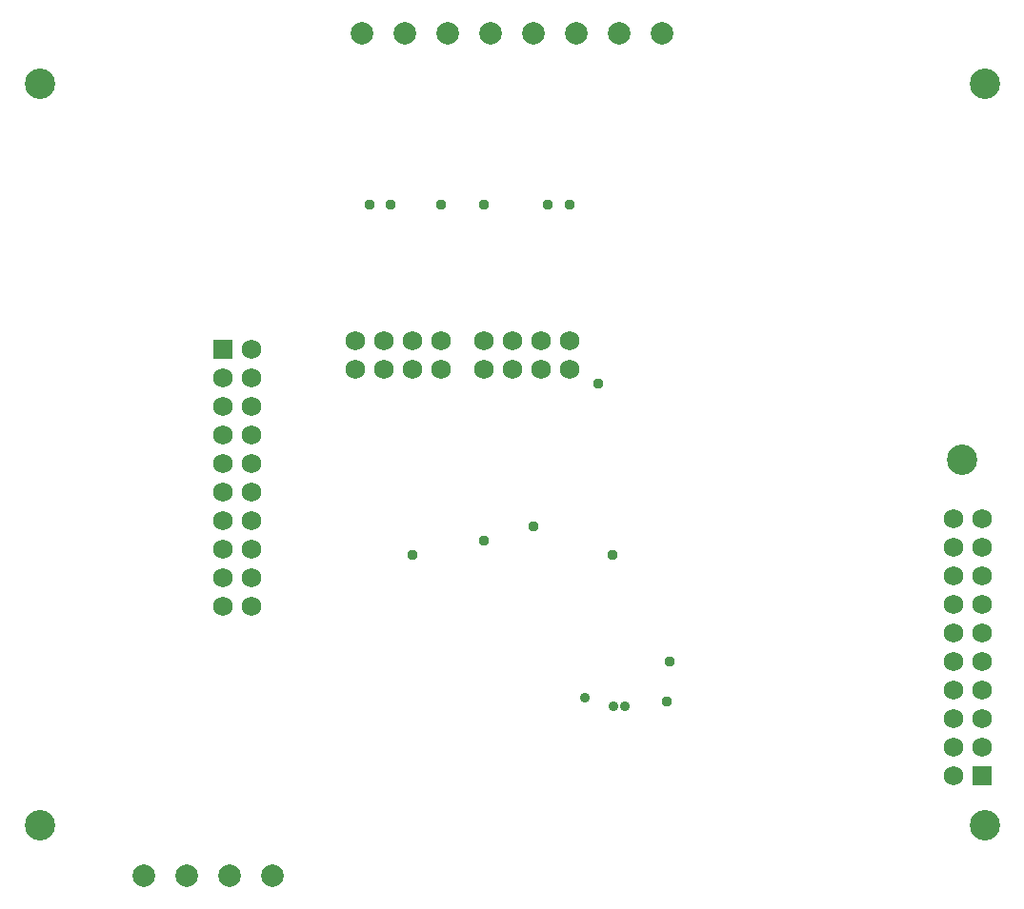
<source format=gbr>
G04 EAGLE Gerber RS-274X export*
G75*
%MOMM*%
%FSLAX34Y34*%
%LPD*%
%INSoldermask Bottom*%
%IPPOS*%
%AMOC8*
5,1,8,0,0,1.08239X$1,22.5*%
G01*
%ADD10C,2.703200*%
%ADD11C,2.003200*%
%ADD12R,1.733200X1.733200*%
%ADD13C,1.733200*%
%ADD14C,0.959600*%
%ADD15C,0.909600*%


D10*
X-420000Y330000D03*
X420000Y330000D03*
X-420000Y-330000D03*
X420000Y-330000D03*
X400000Y-5000D03*
D11*
X133350Y375000D03*
X95250Y375000D03*
X57150Y375000D03*
X19050Y375000D03*
X-19050Y375000D03*
X-57150Y375000D03*
X-95250Y375000D03*
X-133350Y375000D03*
X-327150Y-375000D03*
X-289050Y-375000D03*
X-250950Y-375000D03*
X-212850Y-375000D03*
D12*
X417950Y-285400D03*
D13*
X392550Y-285400D03*
X417950Y-260000D03*
X392550Y-260000D03*
X417950Y-234600D03*
X392550Y-234600D03*
X417950Y-209200D03*
X392550Y-209200D03*
X417950Y-183800D03*
X392550Y-183800D03*
X417950Y-158400D03*
X392550Y-158400D03*
X417950Y-133000D03*
X392550Y-133000D03*
X417950Y-107600D03*
X392550Y-107600D03*
X417950Y-82200D03*
X392550Y-82200D03*
X417950Y-56800D03*
X392550Y-56800D03*
D12*
X-257450Y93200D03*
D13*
X-232050Y93200D03*
X-257450Y67800D03*
X-232050Y67800D03*
X-257450Y42400D03*
X-232050Y42400D03*
X-257450Y17000D03*
X-232050Y17000D03*
X-257450Y-8400D03*
X-232050Y-8400D03*
X-257450Y-33800D03*
X-232050Y-33800D03*
X-257450Y-59200D03*
X-232050Y-59200D03*
X-257450Y-84600D03*
X-232050Y-84600D03*
X-257450Y-110000D03*
X-232050Y-110000D03*
X-257450Y-135400D03*
X-232050Y-135400D03*
X-139700Y76200D03*
X-114300Y76200D03*
X-88900Y76200D03*
X-139700Y101600D03*
X-114300Y101600D03*
X-88900Y101600D03*
X-63500Y76200D03*
X-63500Y101600D03*
X-25400Y76200D03*
X0Y76200D03*
X25400Y76200D03*
X-25400Y101600D03*
X0Y101600D03*
X25400Y101600D03*
X50800Y76200D03*
X50800Y101600D03*
D14*
X88900Y-88900D03*
D15*
X90170Y-223520D03*
D14*
X139700Y-184150D03*
X76200Y63500D03*
X-107950Y222250D03*
X-63500Y222250D03*
X-25400Y222250D03*
X31750Y222250D03*
X-127000Y222250D03*
X-88900Y-88900D03*
X50800Y222250D03*
X19050Y-63500D03*
X-25400Y-76200D03*
X137160Y-219710D03*
D15*
X100330Y-223520D03*
X64770Y-215900D03*
M02*

</source>
